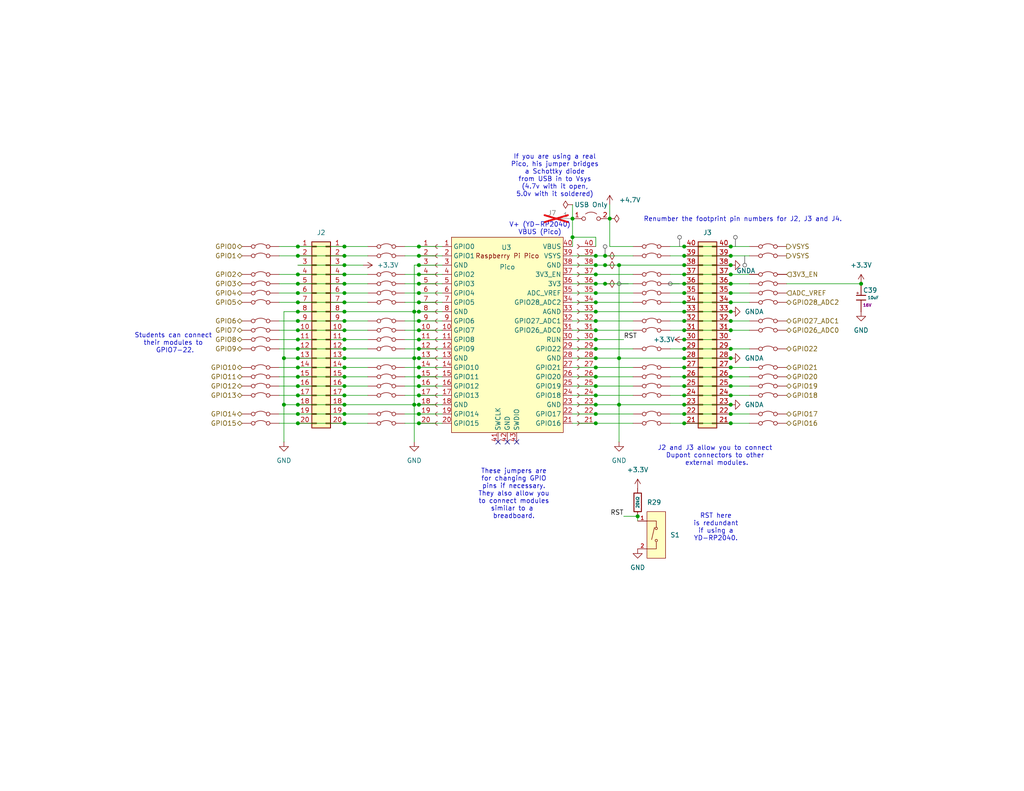
<source format=kicad_sch>
(kicad_sch (version 20250114) (generator "eeschema") (generator_version "9.0")
  (paper "USLetter")
  (text "J2 and J3 allow you to connect \nDupont connectors to other \nexternal modules." (at 195.58 124.46 0) (effects (font (size 1.27 1.27))))
  (text "Students can connect \ntheir modules to \nGPIO7-22." (at 47.752 93.726 0) (effects (font (size 1.27 1.27))))
  (text "RST here\nis redundant\nif using a\nYD-RP2040." (at 195.326 144.018 0) (effects (font (size 1.27 1.27))))
  (text "V+ (YD-RP2040)\nVBUS (Pico)" (at 147.32 62.484 0) (effects (font (size 1.27 1.27))))
  (text "If you are using a real\nPico, his jumper bridges\na Schottky diode\nfrom USB in to Vsys\n(4.7v with it open,\n5.0v with it soldered)" (at 151.384 48.006 0) (effects (font (size 1.27 1.27))))
  (text "These jumpers are\nfor changing GPIO\npins if necessary.\nThey also allow you\nto connect modules\nsimilar to a \nbreadboard." (at 140.208 134.874 0) (effects (font (size 1.27 1.27))))
  (text "Renumber the footprint pin numbers for J2, J3 and J4." (at 202.692 59.944 0) (effects (font (size 1.27 1.27))))
  (junction (at 186.69 110.49))
  (junction (at 186.69 92.71))
  (junction (at 81.28 92.71))
  (junction (at 186.69 105.41))
  (junction (at 93.98 67.31))
  (junction (at 81.28 113.03))
  (junction (at 114.3 80.01))
  (junction (at 165.1 69.85))
  (junction (at 162.56 92.71))
  (junction (at 81.28 100.33))
  (junction (at 93.98 105.41))
  (junction (at 168.91 72.39))
  (junction (at 162.56 102.87))
  (junction (at 93.98 92.71))
  (junction (at 93.98 69.85))
  (junction (at 186.69 97.79))
  (junction (at 162.56 113.03))
  (junction (at 114.3 115.57))
  (junction (at 114.3 72.39))
  (junction (at 165.1 72.39))
  (junction (at 113.03 85.09))
  (junction (at 168.91 110.49))
  (junction (at 186.69 95.25))
  (junction (at 81.28 90.17))
  (junction (at 199.39 74.93))
  (junction (at 199.39 72.39))
  (junction (at 114.3 87.63))
  (junction (at 114.3 105.41))
  (junction (at 186.69 74.93))
  (junction (at 162.56 77.47))
  (junction (at 199.39 107.95))
  (junction (at 81.28 69.85))
  (junction (at 93.98 85.09))
  (junction (at 162.56 87.63))
  (junction (at 81.28 67.31))
  (junction (at 199.39 105.41))
  (junction (at 199.39 102.87))
  (junction (at 81.28 77.47))
  (junction (at 114.3 85.09))
  (junction (at 93.98 77.47))
  (junction (at 162.56 80.01))
  (junction (at 186.69 85.09))
  (junction (at 81.28 102.87))
  (junction (at 114.3 69.85))
  (junction (at 186.69 107.95))
  (junction (at 113.03 97.79))
  (junction (at 81.28 74.93))
  (junction (at 114.3 110.49))
  (junction (at 93.98 82.55))
  (junction (at 114.3 95.25))
  (junction (at 162.56 72.39))
  (junction (at 186.69 115.57))
  (junction (at 162.56 69.85))
  (junction (at 199.39 82.55))
  (junction (at 199.39 110.49))
  (junction (at 186.69 90.17))
  (junction (at 186.69 87.63))
  (junction (at 93.98 74.93))
  (junction (at 162.56 74.93))
  (junction (at 162.56 115.57))
  (junction (at 81.28 115.57))
  (junction (at 93.98 100.33))
  (junction (at 114.3 74.93))
  (junction (at 93.98 107.95))
  (junction (at 81.28 105.41))
  (junction (at 199.39 113.03))
  (junction (at 165.1 77.47))
  (junction (at 93.98 97.79))
  (junction (at 93.98 72.39))
  (junction (at 156.21 59.69))
  (junction (at 162.56 85.09))
  (junction (at 234.95 77.47))
  (junction (at 199.39 90.17))
  (junction (at 114.3 82.55))
  (junction (at 199.39 69.85))
  (junction (at 81.28 97.79))
  (junction (at 81.28 107.95))
  (junction (at 162.56 97.79))
  (junction (at 199.39 95.25))
  (junction (at 114.3 97.79))
  (junction (at 81.28 95.25))
  (junction (at 168.91 97.79))
  (junction (at 162.56 100.33))
  (junction (at 162.56 95.25))
  (junction (at 93.98 95.25))
  (junction (at 81.28 110.49))
  (junction (at 162.56 90.17))
  (junction (at 114.3 107.95))
  (junction (at 162.56 105.41))
  (junction (at 199.39 77.47))
  (junction (at 186.69 80.01))
  (junction (at 81.28 82.55))
  (junction (at 199.39 115.57))
  (junction (at 199.39 80.01))
  (junction (at 199.39 85.09))
  (junction (at 166.37 59.69))
  (junction (at 114.3 67.31))
  (junction (at 77.47 110.49))
  (junction (at 186.69 67.31))
  (junction (at 114.3 77.47))
  (junction (at 199.39 67.31))
  (junction (at 93.98 113.03))
  (junction (at 162.56 107.95))
  (junction (at 113.03 110.49))
  (junction (at 199.39 97.79))
  (junction (at 186.69 102.87))
  (junction (at 114.3 92.71))
  (junction (at 162.56 82.55))
  (junction (at 186.69 69.85))
  (junction (at 77.47 97.79))
  (junction (at 114.3 100.33))
  (junction (at 81.28 85.09))
  (junction (at 114.3 113.03))
  (junction (at 114.3 90.17))
  (junction (at 186.69 77.47))
  (junction (at 173.99 140.97))
  (junction (at 186.69 72.39))
  (junction (at 93.98 87.63))
  (junction (at 114.3 102.87))
  (junction (at 186.69 100.33))
  (junction (at 186.69 82.55))
  (junction (at 93.98 102.87))
  (junction (at 93.98 115.57))
  (junction (at 199.39 100.33))
  (junction (at 199.39 87.63))
  (junction (at 156.21 64.77))
  (junction (at 162.56 110.49))
  (junction (at 81.28 80.01))
  (junction (at 93.98 80.01))
  (junction (at 186.69 113.03))
  (junction (at 81.28 87.63))
  (junction (at 93.98 90.17))
  (junction (at 93.98 110.49))
  (no_connect (at 140.97 120.65))
  (no_connect (at 138.43 120.65))
  (no_connect (at 135.89 120.65))
  (wire (pts (xy 110.49 100.33) (xy 114.3 100.33)))
  (wire (pts (xy 110.49 90.17) (xy 114.3 90.17)))
  (wire (pts (xy 186.69 74.93) (xy 199.39 74.93)))
  (wire (pts (xy 186.69 77.47) (xy 199.39 77.47)))
  (wire (pts (xy 162.56 97.79) (xy 168.91 97.79)))
  (wire (pts (xy 76.2 67.31) (xy 81.28 67.31)))
  (wire (pts (xy 156.21 102.87) (xy 162.56 102.87)))
  (wire (pts (xy 114.3 74.93) (xy 120.65 74.93)))
  (wire (pts (xy 76.2 115.57) (xy 81.28 115.57)))
  (wire (pts (xy 162.56 74.93) (xy 172.72 74.93)))
  (wire (pts (xy 162.56 100.33) (xy 172.72 100.33)))
  (wire (pts (xy 156.21 59.69) (xy 156.21 64.77)))
  (wire (pts (xy 76.2 77.47) (xy 81.28 77.47)))
  (wire (pts (xy 199.39 107.95) (xy 204.47 107.95)))
  (wire (pts (xy 76.2 82.55) (xy 81.28 82.55)))
  (wire (pts (xy 168.91 72.39) (xy 168.91 97.79)))
  (wire (pts (xy 81.28 105.41) (xy 93.98 105.41)))
  (wire (pts (xy 199.39 113.03) (xy 204.47 113.03)))
  (wire (pts (xy 186.69 97.79) (xy 199.39 97.79)))
  (wire (pts (xy 186.69 102.87) (xy 199.39 102.87)))
  (wire (pts (xy 199.39 87.63) (xy 204.47 87.63)))
  (wire (pts (xy 93.98 92.71) (xy 100.33 92.71)))
  (wire (pts (xy 81.28 113.03) (xy 93.98 113.03)))
  (wire (pts (xy 110.49 105.41) (xy 114.3 105.41)))
  (wire (pts (xy 166.37 59.69) (xy 166.37 67.31)))
  (wire (pts (xy 182.88 82.55) (xy 186.69 82.55)))
  (wire (pts (xy 162.56 95.25) (xy 172.72 95.25)))
  (wire (pts (xy 186.69 67.31) (xy 199.39 67.31)))
  (wire (pts (xy 110.49 95.25) (xy 114.3 95.25)))
  (wire (pts (xy 110.49 113.03) (xy 114.3 113.03)))
  (wire (pts (xy 77.47 85.09) (xy 81.28 85.09)))
  (wire (pts (xy 113.03 85.09) (xy 114.3 85.09)))
  (wire (pts (xy 100.33 80.01) (xy 93.98 80.01)))
  (wire (pts (xy 186.69 85.09) (xy 199.39 85.09)))
  (wire (pts (xy 162.56 69.85) (xy 165.1 69.85)))
  (wire (pts (xy 77.47 110.49) (xy 77.47 120.65)))
  (wire (pts (xy 93.98 67.31) (xy 100.33 67.31)))
  (wire (pts (xy 182.88 77.47) (xy 186.69 77.47)))
  (wire (pts (xy 93.98 90.17) (xy 100.33 90.17)))
  (wire (pts (xy 199.39 102.87) (xy 204.47 102.87)))
  (wire (pts (xy 76.2 87.63) (xy 81.28 87.63)))
  (wire (pts (xy 156.21 77.47) (xy 162.56 77.47)))
  (wire (pts (xy 186.69 95.25) (xy 199.39 95.25)))
  (wire (pts (xy 76.2 107.95) (xy 81.28 107.95)))
  (wire (pts (xy 114.3 77.47) (xy 120.65 77.47)))
  (wire (pts (xy 162.56 105.41) (xy 172.72 105.41)))
  (wire (pts (xy 93.98 77.47) (xy 100.33 77.47)))
  (wire (pts (xy 168.91 72.39) (xy 186.69 72.39)))
  (wire (pts (xy 114.3 110.49) (xy 120.65 110.49)))
  (wire (pts (xy 165.1 77.47) (xy 172.72 77.47)))
  (wire (pts (xy 93.98 115.57) (xy 100.33 115.57)))
  (wire (pts (xy 156.21 85.09) (xy 162.56 85.09)))
  (wire (pts (xy 93.98 100.33) (xy 100.33 100.33)))
  (wire (pts (xy 162.56 113.03) (xy 172.72 113.03)))
  (wire (pts (xy 162.56 72.39) (xy 165.1 72.39)))
  (wire (pts (xy 110.49 80.01) (xy 114.3 80.01)))
  (wire (pts (xy 156.21 64.77) (xy 156.21 67.31)))
  (wire (pts (xy 114.3 115.57) (xy 120.65 115.57)))
  (wire (pts (xy 199.39 100.33) (xy 204.47 100.33)))
  (wire (pts (xy 199.39 67.31) (xy 204.47 67.31)))
  (wire (pts (xy 100.33 82.55) (xy 93.98 82.55)))
  (wire (pts (xy 93.98 87.63) (xy 100.33 87.63)))
  (wire (pts (xy 114.3 92.71) (xy 120.65 92.71)))
  (wire (pts (xy 81.28 87.63) (xy 93.98 87.63)))
  (wire (pts (xy 93.98 113.03) (xy 100.33 113.03)))
  (wire (pts (xy 114.3 82.55) (xy 120.65 82.55)))
  (wire (pts (xy 199.39 105.41) (xy 204.47 105.41)))
  (wire (pts (xy 76.2 74.93) (xy 81.28 74.93)))
  (wire (pts (xy 110.49 82.55) (xy 114.3 82.55)))
  (wire (pts (xy 199.39 95.25) (xy 204.47 95.25)))
  (wire (pts (xy 170.18 140.97) (xy 173.99 140.97)))
  (wire (pts (xy 182.88 115.57) (xy 186.69 115.57)))
  (wire (pts (xy 76.2 105.41) (xy 81.28 105.41)))
  (wire (pts (xy 199.39 92.71) (xy 186.69 92.71)))
  (wire (pts (xy 156.21 97.79) (xy 162.56 97.79)))
  (wire (pts (xy 186.69 72.39) (xy 199.39 72.39)))
  (wire (pts (xy 156.21 72.39) (xy 162.56 72.39)))
  (wire (pts (xy 182.88 90.17) (xy 186.69 90.17)))
  (wire (pts (xy 77.47 85.09) (xy 77.47 97.79)))
  (wire (pts (xy 77.47 97.79) (xy 81.28 97.79)))
  (wire (pts (xy 186.69 100.33) (xy 199.39 100.33)))
  (wire (pts (xy 199.39 82.55) (xy 204.47 82.55)))
  (wire (pts (xy 76.2 69.85) (xy 81.28 69.85)))
  (wire (pts (xy 81.28 102.87) (xy 93.98 102.87)))
  (wire (pts (xy 162.56 90.17) (xy 172.72 90.17)))
  (wire (pts (xy 76.2 90.17) (xy 81.28 90.17)))
  (wire (pts (xy 162.56 80.01) (xy 172.72 80.01)))
  (wire (pts (xy 182.88 67.31) (xy 186.69 67.31)))
  (wire (pts (xy 114.3 102.87) (xy 120.65 102.87)))
  (wire (pts (xy 165.1 69.85) (xy 172.72 69.85)))
  (wire (pts (xy 162.56 107.95) (xy 172.72 107.95)))
  (wire (pts (xy 81.28 77.47) (xy 93.98 77.47)))
  (wire (pts (xy 162.56 85.09) (xy 186.69 85.09)))
  (wire (pts (xy 81.28 82.55) (xy 93.98 82.55)))
  (wire (pts (xy 93.98 95.25) (xy 100.33 95.25)))
  (wire (pts (xy 156.21 87.63) (xy 162.56 87.63)))
  (wire (pts (xy 186.69 69.85) (xy 199.39 69.85)))
  (wire (pts (xy 156.21 92.71) (xy 162.56 92.71)))
  (wire (pts (xy 93.98 102.87) (xy 100.33 102.87)))
  (wire (pts (xy 168.91 97.79) (xy 186.69 97.79)))
  (wire (pts (xy 76.2 80.01) (xy 81.28 80.01)))
  (wire (pts (xy 81.28 67.31) (xy 93.98 67.31)))
  (wire (pts (xy 162.56 64.77) (xy 156.21 64.77)))
  (wire (pts (xy 172.72 67.31) (xy 166.37 67.31)))
  (wire (pts (xy 162.56 82.55) (xy 172.72 82.55)))
  (wire (pts (xy 93.98 69.85) (xy 100.33 69.85)))
  (wire (pts (xy 156.21 69.85) (xy 162.56 69.85)))
  (wire (pts (xy 186.69 80.01) (xy 199.39 80.01)))
  (wire (pts (xy 110.49 115.57) (xy 114.3 115.57)))
  (wire (pts (xy 81.28 110.49) (xy 93.98 110.49)))
  (wire (pts (xy 113.03 110.49) (xy 114.3 110.49)))
  (wire (pts (xy 156.21 90.17) (xy 162.56 90.17)))
  (wire (pts (xy 114.3 72.39) (xy 120.65 72.39)))
  (wire (pts (xy 186.69 82.55) (xy 199.39 82.55)))
  (wire (pts (xy 156.21 105.41) (xy 162.56 105.41)))
  (wire (pts (xy 186.69 105.41) (xy 199.39 105.41)))
  (wire (pts (xy 199.39 80.01) (xy 204.47 80.01)))
  (wire (pts (xy 110.49 107.95) (xy 114.3 107.95)))
  (wire (pts (xy 77.47 110.49) (xy 81.28 110.49)))
  (wire (pts (xy 156.21 110.49) (xy 162.56 110.49)))
  (wire (pts (xy 156.21 113.03) (xy 162.56 113.03)))
  (wire (pts (xy 114.3 85.09) (xy 120.65 85.09)))
  (wire (pts (xy 81.28 92.71) (xy 93.98 92.71)))
  (wire (pts (xy 156.21 82.55) (xy 162.56 82.55)))
  (wire (pts (xy 81.28 80.01) (xy 93.98 80.01)))
  (wire (pts (xy 114.3 90.17) (xy 120.65 90.17)))
  (wire (pts (xy 113.03 97.79) (xy 113.03 110.49)))
  (wire (pts (xy 76.2 100.33) (xy 81.28 100.33)))
  (wire (pts (xy 156.21 107.95) (xy 162.56 107.95)))
  (wire (pts (xy 93.98 110.49) (xy 113.03 110.49)))
  (wire (pts (xy 93.98 105.41) (xy 100.33 105.41)))
  (wire (pts (xy 162.56 92.71) (xy 170.18 92.71)))
  (wire (pts (xy 199.39 74.93) (xy 204.47 74.93)))
  (wire (pts (xy 114.3 87.63) (xy 120.65 87.63)))
  (wire (pts (xy 156.21 100.33) (xy 162.56 100.33)))
  (wire (pts (xy 93.98 74.93) (xy 100.33 74.93)))
  (wire (pts (xy 156.21 80.01) (xy 162.56 80.01)))
  (wire (pts (xy 93.98 72.39) (xy 99.06 72.39)))
  (wire (pts (xy 186.69 107.95) (xy 199.39 107.95)))
  (wire (pts (xy 81.28 95.25) (xy 93.98 95.25)))
  (wire (pts (xy 113.03 85.09) (xy 113.03 97.79)))
  (wire (pts (xy 186.69 115.57) (xy 199.39 115.57)))
  (wire (pts (xy 156.21 74.93) (xy 162.56 74.93)))
  (wire (pts (xy 173.99 140.97) (xy 173.99 142.24)))
  (wire (pts (xy 113.03 97.79) (xy 114.3 97.79)))
  (wire (pts (xy 199.39 69.85) (xy 204.47 69.85)))
  (wire (pts (xy 77.47 97.79) (xy 77.47 110.49)))
  (wire (pts (xy 182.88 69.85) (xy 186.69 69.85)))
  (wire (pts (xy 234.95 77.47) (xy 214.63 77.47)))
  (wire (pts (xy 199.39 115.57) (xy 204.47 115.57)))
  (wire (pts (xy 182.88 100.33) (xy 186.69 100.33)))
  (wire (pts (xy 110.49 69.85) (xy 114.3 69.85)))
  (wire (pts (xy 162.56 102.87) (xy 172.72 102.87)))
  (wire (pts (xy 114.3 69.85) (xy 120.65 69.85)))
  (wire (pts (xy 93.98 107.95) (xy 100.33 107.95)))
  (wire (pts (xy 186.69 90.17) (xy 199.39 90.17)))
  (wire (pts (xy 162.56 115.57) (xy 172.72 115.57)))
  (wire (pts (xy 168.91 97.79) (xy 168.91 110.49)))
  (wire (pts (xy 81.28 97.79) (xy 93.98 97.79)))
  (wire (pts (xy 186.69 110.49) (xy 199.39 110.49)))
  (wire (pts (xy 114.3 97.79) (xy 120.65 97.79)))
  (wire (pts (xy 182.88 80.01) (xy 186.69 80.01)))
  (wire (pts (xy 113.03 72.39) (xy 114.3 72.39)))
  (wire (pts (xy 114.3 80.01) (xy 120.65 80.01)))
  (wire (pts (xy 182.88 113.03) (xy 186.69 113.03)))
  (wire (pts (xy 114.3 100.33) (xy 120.65 100.33)))
  (wire (pts (xy 182.88 74.93) (xy 186.69 74.93)))
  (wire (pts (xy 110.49 77.47) (xy 114.3 77.47)))
  (wire (pts (xy 81.28 90.17) (xy 93.98 90.17)))
  (wire (pts (xy 168.91 110.49) (xy 168.91 120.65)))
  (wire (pts (xy 156.21 55.88) (xy 156.21 59.69)))
  (wire (pts (xy 76.2 92.71) (xy 81.28 92.71)))
  (wire (pts (xy 76.2 102.87) (xy 81.28 102.87)))
  (wire (pts (xy 93.98 85.09) (xy 113.03 85.09)))
  (wire (pts (xy 110.49 102.87) (xy 114.3 102.87)))
  (wire (pts (xy 81.28 72.39) (xy 93.98 72.39)))
  (wire (pts (xy 110.49 92.71) (xy 114.3 92.71)))
  (wire (pts (xy 162.56 77.47) (xy 165.1 77.47)))
  (wire (pts (xy 182.88 102.87) (xy 186.69 102.87)))
  (wire (pts (xy 81.28 74.93) (xy 93.98 74.93)))
  (wire (pts (xy 186.69 87.63) (xy 199.39 87.63)))
  (wire (pts (xy 114.3 107.95) (xy 120.65 107.95)))
  (wire (pts (xy 182.88 105.41) (xy 186.69 105.41)))
  (wire (pts (xy 110.49 87.63) (xy 114.3 87.63)))
  (wire (pts (xy 156.21 95.25) (xy 162.56 95.25)))
  (wire (pts (xy 81.28 85.09) (xy 93.98 85.09)))
  (wire (pts (xy 162.56 67.31) (xy 162.56 64.77)))
  (wire (pts (xy 156.21 115.57) (xy 162.56 115.57)))
  (wire (pts (xy 114.3 67.31) (xy 120.65 67.31)))
  (wire (pts (xy 114.3 105.41) (xy 120.65 105.41)))
  (wire (pts (xy 93.98 97.79) (xy 113.03 97.79)))
  (wire (pts (xy 76.2 113.03) (xy 81.28 113.03)))
  (wire (pts (xy 168.91 110.49) (xy 186.69 110.49)))
  (wire (pts (xy 113.03 110.49) (xy 113.03 120.65)))
  (wire (pts (xy 162.56 110.49) (xy 168.91 110.49)))
  (wire (pts (xy 81.28 100.33) (xy 93.98 100.33)))
  (wire (pts (xy 199.39 90.17) (xy 204.47 90.17)))
  (wire (pts (xy 166.37 55.88) (xy 166.37 59.69)))
  (wire (pts (xy 114.3 113.03) (xy 120.65 113.03)))
  (wire (pts (xy 81.28 107.95) (xy 93.98 107.95)))
  (wire (pts (xy 81.28 69.85) (xy 93.98 69.85)))
  (wire (pts (xy 113.03 72.39) (xy 113.03 85.09)))
  (wire (pts (xy 182.88 87.63) (xy 186.69 87.63)))
  (wire (pts (xy 162.56 87.63) (xy 172.72 87.63)))
  (wire (pts (xy 186.69 113.03) (xy 199.39 113.03)))
  (wire (pts (xy 110.49 74.93) (xy 114.3 74.93)))
  (wire (pts (xy 76.2 95.25) (xy 81.28 95.25)))
  (wire (pts (xy 114.3 95.25) (xy 120.65 95.25)))
  (wire (pts (xy 81.28 115.57) (xy 93.98 115.57)))
  (wire (pts (xy 110.49 67.31) (xy 114.3 67.31)))
  (wire (pts (xy 199.39 77.47) (xy 204.47 77.47)))
  (wire (pts (xy 182.88 107.95) (xy 186.69 107.95)))
  (wire (pts (xy 182.88 95.25) (xy 186.69 95.25)))
  (wire (pts (xy 165.1 72.39) (xy 168.91 72.39)))
  (label "RST" (at 170.18 92.71 0))
  (label "RST" (at 170.18 140.97 180))
  (hierarchical_label "GPIO21" (shape bidirectional) (at 214.63 100.33 0))
  (hierarchical_label "GPIO4" (shape bidirectional) (at 66.04 80.01 180))
  (hierarchical_label "GPIO18" (shape bidirectional) (at 214.63 107.95 0))
  (hierarchical_label "GPIO22" (shape bidirectional) (at 214.63 95.25 0))
  (hierarchical_label "GPIO28_ADC2" (shape bidirectional) (at 214.63 82.55 0))
  (hierarchical_label "VSYS" (shape output) (at 214.63 69.85 0))
  (hierarchical_label "GPIO1" (shape bidirectional) (at 66.04 69.85 180))
  (hierarchical_label "GPIO6" (shape bidirectional) (at 66.04 87.63 180))
  (hierarchical_label "GPIO12" (shape bidirectional) (at 66.04 105.41 180))
  (hierarchical_label "GPIO10" (shape bidirectional) (at 66.04 100.33 180))
  (hierarchical_label "GPIO17" (shape bidirectional) (at 214.63 113.03 0))
  (hierarchical_label "GPIO11" (shape bidirectional) (at 66.04 102.87 180))
  (hierarchical_label "GPIO16" (shape bidirectional) (at 214.63 115.57 0))
  (hierarchical_label "GPIO8" (shape bidirectional) (at 66.04 92.71 180))
  (hierarchical_label "GPIO20" (shape bidirectional) (at 214.63 102.87 0))
  (hierarchical_label "GPIO9" (shape bidirectional) (at 66.04 95.25 180))
  (hierarchical_label "VSYS" (shape output) (at 214.63 67.31 0))
  (hierarchical_label "GPIO15" (shape bidirectional) (at 66.04 115.57 180))
  (hierarchical_label "GPIO2" (shape bidirectional) (at 66.04 74.93 180))
  (hierarchical_label "GPIO13" (shape bidirectional) (at 66.04 107.95 180))
  (hierarchical_label "ADC_VREF" (shape input) (at 214.63 80.01 0))
  (hierarchical_label "GPIO27_ADC1" (shape bidirectional) (at 214.63 87.63 0))
  (hierarchical_label "GPIO3" (shape bidirectional) (at 66.04 77.47 180))
  (hierarchical_label "GPIO7" (shape bidirectional) (at 66.04 90.17 180))
  (hierarchical_label "GPIO19" (shape bidirectional) (at 214.63 105.41 0))
  (hierarchical_label "GPIO14" (shape bidirectional) (at 66.04 113.03 180))
  (hierarchical_label "GPIO5" (shape bidirectional) (at 66.04 82.55 180))
  (hierarchical_label "GPIO0" (shape bidirectional) (at 66.04 67.31 180))
  (hierarchical_label "3V3_EN" (shape input) (at 214.63 74.93 0))
  (hierarchical_label "GPIO26_ADC0" (shape bidirectional) (at 214.63 90.17 0))
  (netclass_flag "" (length 2.54) (shape round) (at 185.42 77.47 90) (property "Netclass" "1V1" (effects (hide yes))))
  (netclass_flag "" (length 2.54) (shape round) (at 185.42 67.31 0) (property "Netclass" "5V" (effects (hide yes))))
  (netclass_flag "" (length 2.54) (shape round) (at 165.1 69.85 0) (property "Netclass" "5V" (effects (hide yes))))
  (netclass_flag "" (length 2.54) (shape round) (at 200.66 67.31 0) (property "Netclass" "5V" (effects (hide yes))))
  (netclass_flag "" (length 2.54) (shape round) (at 171.45 77.47 90) (property "Netclass" "1V1" (effects (hide yes))))
  (netclass_flag "" (length 2.54) (shape round) (at 203.2 69.85 180) (property "Netclass" "5V" (effects (hide yes))))
  (symbol (lib_id "PCM_JLCPCB-Connectors_Buttons:Tactile Button, 160gf, 12V, 50mA, 4.0mm") (at 179.07 144.78 0) (unit 1)
    (property "Reference" "S1" (at 182.88 146.0499 0) (effects (justify left)))
    (property "Value" "Tactile Button, 160gf" (effects (hide yes)))
    (property "Footprint" "PCM_JLCPCB:SW_TS-1088-AR02016" (effects (hide yes)))
    (property "Datasheet" "https://www.lcsc.com/datasheet/lcsc_datasheet_2304140030_XUNPU-TS-1088-AR02016_C720477.pdf" (effects (hide yes)))
    (property "Description" "Without 50mA 4mm 100MΩ 100000 Times 12V 160gf 3mm 2mm Round Button Standing paste SPST SMD Tactile Switches ROHS" (effects (hide yes)))
    (property "LCSC" "C720477" (effects (hide yes)))
    (property "Stock" "346801" (effects (hide yes)))
    (property "Price" "0.044USD" (effects (hide yes)))
    (property "Process" "SMT" (effects (hide yes)))
    (property "Minimum Qty" "5" (effects (hide yes)))
    (property "Attrition Qty" "4" (effects (hide yes)))
    (property "Class" "Basic Component" (effects (hide yes)))
    (property "Category" "Switches,Tactile Switches" (effects (hide yes)))
    (property "Manufacturer" "XUNPU" (effects (hide yes)))
    (property "Part" "TS-1088-AR02016" (effects (hide yes)))
    (property "Switch Length" "4mm" (effects (hide yes)))
    (property "Voltage Rating (Dc)" "12V" (effects (hide yes)))
    (property "With Lamp" "No" (effects (hide yes)))
    (property "Operating Force" "160gf@±50gf" (effects (hide yes)))
    (property "Actuator/Cap Color" "Black" (effects (hide yes)))
    (property "Mechanical Life" "100000 Times" (effects (hide yes)))
    (property "Strike Gundam" "NO" (effects (hide yes)))
    (property "Circuit" "SPST" (effects (hide yes)))
    (property "Switch Height" "2mm" (effects (hide yes)))
    (property "Actuator Style" "Round Button" (effects (hide yes)))
    (property "Switch Width" "3mm" (effects (hide yes)))
    (property "Contact Current" "50mA" (effects (hide yes)))
    (property "Operating Temperature" "-30°C~+80°C" (effects (hide yes)))
    (property "Mounting Style" "Brick nogging" (effects (hide yes)))
    (property "Insulation Resistance" "100MΩ" (effects (hide yes)))
    (property "Pin Style" "SMDSplicing" (effects (hide yes)))
  )
  (symbol (lib_id "Jumper:Jumper_2_Bridged") (at 209.55 80.01 0) (mirror y) (unit 1) (exclude_from_sim yes)
    (property "Reference" "JP24" (effects (hide yes)))
    (property "Value" "Jumper_2_Bridged" (effects (hide yes)))
    (property "Footprint" "Jumper:SolderJumper-2_P1.3mm_Bridged2Bar_RoundedPad1.0x1.5mm" (effects (hide yes)))
    (property "Description" "Jumper, 2-pole, closed/bridged" (effects (hide yes)))
  )
  (symbol (lib_id "Jumper:Jumper_2_Bridged") (at 105.41 67.31 0) (mirror y) (unit 1) (exclude_from_sim yes)
    (property "Reference" "JP51" (effects (hide yes)))
    (property "Value" "Jumper_2_Bridged" (effects (hide yes)))
    (property "Footprint" "Jumper:SolderJumper-2_P1.3mm_Bridged2Bar_RoundedPad1.0x1.5mm" (effects (hide yes)))
    (property "Description" "Jumper, 2-pole, closed/bridged" (effects (hide yes)))
  )
  (symbol (lib_id "power:GNDA") (at 199.39 85.09 90) (mirror x) (unit 1)
    (property "Reference" "#PWR0109" (effects (hide yes)))
    (property "Value" "GNDA" (at 203.2 85.0899 90) (effects (justify right)))
    (instances (project "PCM1808_Sound_Card" (path "" (reference "#PWR026") (unit 1))) (project "PCM1808_Sound_Card" (path "" (reference "#PWR0109") (unit 1))))
  )
  (symbol (lib_id "Jumper:Jumper_2_Bridged") (at 105.41 77.47 0) (mirror y) (unit 1) (exclude_from_sim yes)
    (property "Reference" "JP54" (effects (hide yes)))
    (property "Value" "Jumper_2_Bridged" (effects (hide yes)))
    (property "Footprint" "Jumper:SolderJumper-2_P1.3mm_Bridged2Bar_RoundedPad1.0x1.5mm" (effects (hide yes)))
    (property "Description" "Jumper, 2-pole, closed/bridged" (effects (hide yes)))
  )
  (symbol (lib_id "Jumper:Jumper_2_Bridged") (at 105.41 105.41 0) (mirror y) (unit 1) (exclude_from_sim yes)
    (property "Reference" "JP63" (effects (hide yes)))
    (property "Value" "Jumper_2_Bridged" (effects (hide yes)))
    (property "Footprint" "Jumper:SolderJumper-2_P1.3mm_Bridged2Bar_RoundedPad1.0x1.5mm" (effects (hide yes)))
    (property "Description" "Jumper, 2-pole, closed/bridged" (effects (hide yes)))
  )
  (symbol (lib_id "Jumper:Jumper_2_Bridged") (at 209.55 115.57 0) (mirror y) (unit 1) (exclude_from_sim yes)
    (property "Reference" "JP34" (effects (hide yes)))
    (property "Value" "Jumper_2_Bridged" (effects (hide yes)))
    (property "Footprint" "Jumper:SolderJumper-2_P1.3mm_Bridged2Bar_RoundedPad1.0x1.5mm" (effects (hide yes)))
    (property "Description" "Jumper, 2-pole, closed/bridged" (effects (hide yes)))
  )
  (symbol (lib_name "+3.3V_1") (lib_id "power:+3.3V") (at 173.99 133.35 0) (mirror y) (unit 1)
    (property "Reference" "#PWR076" (effects (hide yes)))
    (property "Value" "+3.3V" (at 173.99 128.27 0))
    (property "Description" "Power symbol creates a global label with name \"+3.3V\"" (effects (hide yes)))
  )
  (symbol (lib_id "power:+5V") (at 166.37 55.88 0) (unit 1)
    (property "Reference" "#PWR0104" (effects (hide yes)))
    (property "Value" "+4.7V" (at 168.91 54.6099 0) (effects (justify left)))
    (instances (project "PCM1808_Sound_Card" (path "" (reference "#PWR029") (unit 1))) (project "PCM1808_Sound_Card" (path "" (reference "#PWR0104") (unit 1))))
  )
  (symbol (lib_id "Jumper:Jumper_2_Bridged") (at 71.12 95.25 0) (mirror y) (unit 1) (exclude_from_sim yes)
    (property "Reference" "JP77" (effects (hide yes)))
    (property "Value" "Jumper_2_Bridged" (effects (hide yes)))
    (property "Footprint" "Jumper:SolderJumper-2_P1.3mm_Bridged2Bar_RoundedPad1.0x1.5mm" (effects (hide yes)))
    (property "Description" "Jumper, 2-pole, closed/bridged" (effects (hide yes)))
  )
  (symbol (lib_id "Jumper:Jumper_2_Bridged") (at 71.12 102.87 0) (mirror y) (unit 1) (exclude_from_sim yes)
    (property "Reference" "JP79" (effects (hide yes)))
    (property "Value" "Jumper_2_Bridged" (effects (hide yes)))
    (property "Footprint" "Jumper:SolderJumper-2_P1.3mm_Bridged2Bar_RoundedPad1.0x1.5mm" (effects (hide yes)))
    (property "Description" "Jumper, 2-pole, closed/bridged" (effects (hide yes)))
  )
  (symbol (lib_id "Jumper:Jumper_2_Bridged") (at 177.8 115.57 0) (mirror y) (unit 1) (exclude_from_sim yes)
    (property "Reference" "JP49" (effects (hide yes)))
    (property "Value" "Jumper_2_Bridged" (effects (hide yes)))
    (property "Footprint" "Jumper:SolderJumper-2_P1.3mm_Bridged2Bar_RoundedPad1.0x1.5mm" (effects (hide yes)))
    (property "Description" "Jumper, 2-pole, closed/bridged" (effects (hide yes)))
  )
  (symbol (lib_id "Jumper:Jumper_2_Bridged") (at 105.41 113.03 0) (mirror y) (unit 1) (exclude_from_sim yes)
    (property "Reference" "JP65" (effects (hide yes)))
    (property "Value" "Jumper_2_Bridged" (effects (hide yes)))
    (property "Footprint" "Jumper:SolderJumper-2_P1.3mm_Bridged2Bar_RoundedPad1.0x1.5mm" (effects (hide yes)))
    (property "Description" "Jumper, 2-pole, closed/bridged" (effects (hide yes)))
  )
  (symbol (lib_id "power:GNDA") (at 199.39 97.79 90) (mirror x) (unit 1)
    (property "Reference" "#PWR0120" (effects (hide yes)))
    (property "Value" "GNDA" (at 203.2 97.7899 90) (effects (justify right)))
  )
  (symbol (lib_id "power:PWR_FLAG") (at 165.1 72.39 270) (mirror x) (unit 1)
    (property "Reference" "#FLG09" (effects (hide yes)))
    (property "Value" "PWR_FLAG" (effects (hide yes)))
  )
  (symbol (lib_id "Jumper:Jumper_2_Bridged") (at 177.8 90.17 0) (mirror y) (unit 1) (exclude_from_sim yes)
    (property "Reference" "JP42" (effects (hide yes)))
    (property "Value" "Jumper_2_Bridged" (effects (hide yes)))
    (property "Footprint" "Jumper:SolderJumper-2_P1.3mm_Bridged2Bar_RoundedPad1.0x1.5mm" (effects (hide yes)))
    (property "Description" "Jumper, 2-pole, closed/bridged" (effects (hide yes)))
  )
  (symbol (lib_id "Jumper:Jumper_2_Bridged") (at 209.55 95.25 0) (mirror y) (unit 1) (exclude_from_sim yes)
    (property "Reference" "JP28" (effects (hide yes)))
    (property "Value" "Jumper_2_Bridged" (effects (hide yes)))
    (property "Footprint" "Jumper:SolderJumper-2_P1.3mm_Bridged2Bar_RoundedPad1.0x1.5mm" (effects (hide yes)))
    (property "Description" "Jumper, 2-pole, closed/bridged" (effects (hide yes)))
  )
  (symbol (lib_id "MCU_RaspberryPi_and_Boards:Pico") (at 138.43 91.44 0) (unit 1)
    (property "Reference" "U3" (at 138.176 67.564 0))
    (property "Value" "Pico" (at 138.43 72.898 0))
    (property "Footprint" "MCU_RaspberryPi_and_Boards:RPi_Pico_SMD_TH" (effects (hide yes)))
    (property "Datasheet" "https://github.com/initdc/YD-RP2040/blob/master/YD-2040-2022-V1.1-SCH.pdf" (effects (hide yes)))
  )
  (symbol (lib_id "Jumper:Jumper_2_Open") (at 161.29 59.69 0) (unit 1)
    (property "Reference" "JP50" (effects (hide yes)))
    (property "Value" "USB Only" (at 161.29 55.88 0))
    (property "Footprint" "Jumper:SolderJumper-2_P1.3mm_Open_RoundedPad1.0x1.5mm" (effects (hide yes)))
  )
  (symbol (lib_id "power:+3.3V") (at 99.06 72.39 270) (mirror x) (unit 1)
    (property "Reference" "#PWR0101" (effects (hide yes)))
    (property "Value" "+3.3V" (at 102.87 72.3899 90) (effects (justify left)))
    (instances (project "PCM1808_Sound_Card" (path "" (reference "#PWR032") (unit 1))) (project "PCM1808_Sound_Card" (path "" (reference "#PWR0101") (unit 1))))
  )
  (symbol (lib_id "Jumper:Jumper_2_Bridged") (at 105.41 90.17 0) (mirror y) (unit 1) (exclude_from_sim yes)
    (property "Reference" "JP58" (effects (hide yes)))
    (property "Value" "Jumper_2_Bridged" (effects (hide yes)))
    (property "Footprint" "Jumper:SolderJumper-2_P1.3mm_Bridged2Bar_RoundedPad1.0x1.5mm" (effects (hide yes)))
    (property "Description" "Jumper, 2-pole, closed/bridged" (effects (hide yes)))
  )
  (symbol (lib_id "Jumper:Jumper_2_Bridged") (at 177.8 100.33 0) (mirror y) (unit 1) (exclude_from_sim yes)
    (property "Reference" "JP44" (effects (hide yes)))
    (property "Value" "Jumper_2_Bridged" (effects (hide yes)))
    (property "Footprint" "Jumper:SolderJumper-2_P1.3mm_Bridged2Bar_RoundedPad1.0x1.5mm" (effects (hide yes)))
    (property "Description" "Jumper, 2-pole, closed/bridged" (effects (hide yes)))
  )
  (symbol (lib_id "power:PWR_FLAG") (at 166.37 59.69 270) (mirror x) (unit 1)
    (property "Reference" "#FLG07" (effects (hide yes)))
    (property "Value" "PWR_FLAG" (effects (hide yes)))
  )
  (symbol (lib_id "power:PWR_FLAG") (at 156.21 55.88 90) (mirror x) (unit 1)
    (property "Reference" "#FLG0101" (effects (hide yes)))
    (property "Value" "PWR_FLAG" (effects (hide yes)))
    (instances (project "PCM1808_Sound_Card" (path "" (reference "#FLG01") (unit 1))) (project "PCM1808_Sound_Card" (path "" (reference "#FLG0101") (unit 1))))
  )
  (symbol (lib_id "power:GND") (at 77.47 120.65 0) (mirror y) (unit 1)
    (property "Reference" "#PWR0102" (effects (hide yes)))
    (property "Value" "GND" (at 77.47 125.73 0))
    (property "Description" "Power symbol creates a global label with name \"GND\" , ground" (effects (hide yes)))
    (instances (project "PCM1808_Sound_Card" (path "" (reference "#PWR054") (unit 1))) (project "PCM1808_Sound_Card" (path "" (reference "#PWR0102") (unit 1))))
  )
  (symbol (lib_id "Jumper:Jumper_2_Bridged") (at 177.8 107.95 0) (mirror y) (unit 1) (exclude_from_sim yes)
    (property "Reference" "JP47" (effects (hide yes)))
    (property "Value" "Jumper_2_Bridged" (effects (hide yes)))
    (property "Footprint" "Jumper:SolderJumper-2_P1.3mm_Bridged2Bar_RoundedPad1.0x1.5mm" (effects (hide yes)))
    (property "Description" "Jumper, 2-pole, closed/bridged" (effects (hide yes)))
  )
  (symbol (lib_id "Jumper:Jumper_2_Bridged") (at 177.8 77.47 0) (mirror y) (unit 1) (exclude_from_sim yes)
    (property "Reference" "JP38" (effects (hide yes)))
    (property "Value" "Jumper_2_Bridged" (effects (hide yes)))
    (property "Footprint" "Jumper:SolderJumper-2_P1.3mm_Bridged2Bar_RoundedPad1.0x1.5mm" (effects (hide yes)))
    (property "Description" "Jumper, 2-pole, closed/bridged" (effects (hide yes)))
  )
  (symbol (lib_name "+3.3V_1") (lib_id "power:+3.3V") (at 234.95 77.47 0) (mirror y) (unit 1)
    (property "Reference" "#PWR0107" (effects (hide yes)))
    (property "Value" "+3.3V" (at 234.95 72.39 0))
    (property "Description" "Power symbol creates a global label with name \"+3.3V\"" (effects (hide yes)))
    (instances (project "PCM1808_Sound_Card" (path "" (reference "#PWR025") (unit 1))) (project "PCM1808_Sound_Card" (path "" (reference "#PWR0107") (unit 1))))
  )
  (symbol (lib_id "Jumper:Jumper_2_Bridged") (at 177.8 69.85 0) (mirror y) (unit 1) (exclude_from_sim yes)
    (property "Reference" "JP36" (effects (hide yes)))
    (property "Value" "Jumper_2_Bridged" (effects (hide yes)))
    (property "Footprint" "Jumper:SolderJumper-2_P1.3mm_Bridged2Bar_RoundedPad1.0x1.5mm" (effects (hide yes)))
    (property "Description" "Jumper, 2-pole, closed/bridged" (effects (hide yes)))
  )
  (symbol (lib_id "Jumper:Jumper_2_Bridged") (at 209.55 113.03 0) (mirror y) (unit 1) (exclude_from_sim yes)
    (property "Reference" "JP33" (effects (hide yes)))
    (property "Value" "Jumper_2_Bridged" (effects (hide yes)))
    (property "Footprint" "Jumper:SolderJumper-2_P1.3mm_Bridged2Bar_RoundedPad1.0x1.5mm" (effects (hide yes)))
    (property "Description" "Jumper, 2-pole, closed/bridged" (effects (hide yes)))
  )
  (symbol (lib_id "Jumper:Jumper_2_Bridged") (at 71.12 87.63 0) (mirror y) (unit 1) (exclude_from_sim yes)
    (property "Reference" "JP74" (effects (hide yes)))
    (property "Value" "Jumper_2_Bridged" (effects (hide yes)))
    (property "Footprint" "Jumper:SolderJumper-2_P1.3mm_Bridged2Bar_RoundedPad1.0x1.5mm" (effects (hide yes)))
    (property "Description" "Jumper, 2-pole, closed/bridged" (effects (hide yes)))
  )
  (symbol (lib_id "Jumper:Jumper_2_Bridged") (at 71.12 115.57 0) (mirror y) (unit 1) (exclude_from_sim yes)
    (property "Reference" "JP83" (effects (hide yes)))
    (property "Value" "Jumper_2_Bridged" (effects (hide yes)))
    (property "Footprint" "Jumper:SolderJumper-2_P1.3mm_Bridged2Bar_RoundedPad1.0x1.5mm" (effects (hide yes)))
    (property "Description" "Jumper, 2-pole, closed/bridged" (effects (hide yes)))
  )
  (symbol (lib_id "power:GNDA") (at 199.39 72.39 90) (mirror x) (unit 1)
    (property "Reference" "#PWR0122" (effects (hide yes)))
    (property "Value" "GNDA" (at 200.914 73.914 90) (effects (justify right)))
  )
  (symbol (lib_id "power:GNDA") (at 199.39 110.49 90) (mirror x) (unit 1)
    (property "Reference" "#PWR0121" (effects (hide yes)))
    (property "Value" "GNDA" (at 203.2 110.4899 90) (effects (justify right)))
  )
  (symbol (lib_id "Jumper:Jumper_2_Bridged") (at 71.12 80.01 0) (mirror y) (unit 1) (exclude_from_sim yes)
    (property "Reference" "JP72" (effects (hide yes)))
    (property "Value" "Jumper_2_Bridged" (effects (hide yes)))
    (property "Footprint" "Jumper:SolderJumper-2_P1.3mm_Bridged2Bar_RoundedPad1.0x1.5mm" (effects (hide yes)))
    (property "Description" "Jumper, 2-pole, closed/bridged" (effects (hide yes)))
  )
  (symbol (lib_id "power:GND") (at 113.03 120.65 0) (mirror y) (unit 1)
    (property "Reference" "#PWR0103" (effects (hide yes)))
    (property "Value" "GND" (at 113.03 125.73 0))
    (property "Description" "Power symbol creates a global label with name \"GND\" , ground" (effects (hide yes)))
    (instances (project "PCM1808_Sound_Card" (path "" (reference "#PWR031") (unit 1))) (project "PCM1808_Sound_Card" (path "" (reference "#PWR0103") (unit 1))))
  )
  (symbol (lib_id "Jumper:Jumper_2_Bridged") (at 209.55 87.63 0) (mirror y) (unit 1) (exclude_from_sim yes)
    (property "Reference" "JP26" (effects (hide yes)))
    (property "Value" "Jumper_2_Bridged" (effects (hide yes)))
    (property "Footprint" "Jumper:SolderJumper-2_P1.3mm_Bridged2Bar_RoundedPad1.0x1.5mm" (effects (hide yes)))
    (property "Description" "Jumper, 2-pole, closed/bridged" (effects (hide yes)))
  )
  (symbol (lib_id "Jumper:Jumper_2_Bridged") (at 71.12 74.93 0) (mirror y) (unit 1) (exclude_from_sim yes)
    (property "Reference" "JP70" (effects (hide yes)))
    (property "Value" "Jumper_2_Bridged" (effects (hide yes)))
    (property "Footprint" "Jumper:SolderJumper-2_P1.3mm_Bridged2Bar_RoundedPad1.0x1.5mm" (effects (hide yes)))
    (property "Description" "Jumper, 2-pole, closed/bridged" (effects (hide yes)))
  )
  (symbol (lib_id "Jumper:Jumper_2_Bridged") (at 105.41 115.57 0) (mirror y) (unit 1) (exclude_from_sim yes)
    (property "Reference" "JP66" (effects (hide yes)))
    (property "Value" "Jumper_2_Bridged" (effects (hide yes)))
    (property "Footprint" "Jumper:SolderJumper-2_P1.3mm_Bridged2Bar_RoundedPad1.0x1.5mm" (effects (hide yes)))
    (property "Description" "Jumper, 2-pole, closed/bridged" (effects (hide yes)))
  )
  (symbol (lib_id "Jumper:Jumper_2_Bridged") (at 209.55 74.93 0) (mirror y) (unit 1) (exclude_from_sim yes)
    (property "Reference" "JP22" (effects (hide yes)))
    (property "Value" "Jumper_2_Bridged" (effects (hide yes)))
    (property "Footprint" "Jumper:SolderJumper-2_P1.3mm_Bridged2Bar_RoundedPad1.0x1.5mm" (effects (hide yes)))
    (property "Description" "Jumper, 2-pole, closed/bridged" (effects (hide yes)))
  )
  (symbol (lib_id "Connector:Conn_01x01_Pin") (at 151.13 59.69 0) (unit 1) (dnp yes)
    (property "Reference" "J7" (at 150.622 58.166 0))
    (property "Value" "Conn_01x01_Pin" (effects (hide yes)))
    (property "Footprint" "Connector_PinHeader_2.54mm:PinHeader_1x01_P2.54mm_Vertical" (effects (hide yes)))
    (property "Description" "Generic connector, single row, 01x01, script generated" (effects (hide yes)))
  )
  (symbol (lib_id "PCM_JLCPCB-Capacitors:CASE-A-3216-18(mm),10uF") (at 234.95 81.28 0) (unit 1)
    (property "Reference" "C39" (at 235.458 79.248 0) (effects (justify left)))
    (property "Value" "10uF" (at 236.728 81.28 0) (effects (font (size 0.8 0.8)) (justify left)))
    (property "Footprint" "PCM_JLCPCB:C_CASE-A-3216-18(mm)" (effects (hide yes)))
    (property "Datasheet" "https://www.lcsc.com/datasheet/lcsc_datasheet_2304140030_Kyocera-AVX-TAJA106K016RNJ_C7171.pdf" (effects (hide yes)))
    (property "Description" "10uF 16V 3Ω@100kHz ±10% CASE-A-3216-18(mm) Tantalum Capacitors ROHS" (effects (hide yes)))
    (property "LCSC" "C7171" (effects (hide yes)))
    (property "Stock" "887054" (effects (hide yes)))
    (property "Price" "0.133USD" (effects (hide yes)))
    (property "Process" "SMT" (effects (hide yes)))
    (property "Minimum Qty" "5" (effects (hide yes)))
    (property "Attrition Qty" "2" (effects (hide yes)))
    (property "Class" "Basic Component" (effects (hide yes)))
    (property "Category" "Capacitors,Tantalum Capacitors" (effects (hide yes)))
    (property "Manufacturer" "AVX" (effects (hide yes)))
    (property "Part" "TAJA106K016RNJ" (effects (hide yes)))
    (property "Operating Temperature" "-55°C~+125°C" (effects (hide yes)))
    (property "Equivalent Series Resistance(ESR)" "3Ω@100kHz" (effects (hide yes)))
    (property "Tolerance" "±10%" (effects (hide yes)))
    (property "Capacitance" "10uF" (effects (hide yes)))
    (property "Rated Voltage" "16V" (at 235.458 83.312 0) (effects (font (size 0.8 0.8)) (justify left)))
  )
  (symbol (lib_id "Jumper:Jumper_2_Bridged") (at 105.41 102.87 0) (mirror y) (unit 1) (exclude_from_sim yes)
    (property "Reference" "JP62" (effects (hide yes)))
    (property "Value" "Jumper_2_Bridged" (effects (hide yes)))
    (property "Footprint" "Jumper:SolderJumper-2_P1.3mm_Bridged2Bar_RoundedPad1.0x1.5mm" (effects (hide yes)))
    (property "Description" "Jumper, 2-pole, closed/bridged" (effects (hide yes)))
  )
  (symbol (lib_id "power:PWR_FLAG") (at 165.1 77.47 270) (mirror x) (unit 1)
    (property "Reference" "#FLG010" (effects (hide yes)))
    (property "Value" "PWR_FLAG" (effects (hide yes)))
  )
  (symbol (lib_id "Jumper:Jumper_2_Bridged") (at 71.12 82.55 0) (mirror y) (unit 1) (exclude_from_sim yes)
    (property "Reference" "JP73" (effects (hide yes)))
    (property "Value" "Jumper_2_Bridged" (effects (hide yes)))
    (property "Footprint" "Jumper:SolderJumper-2_P1.3mm_Bridged2Bar_RoundedPad1.0x1.5mm" (effects (hide yes)))
    (property "Description" "Jumper, 2-pole, closed/bridged" (effects (hide yes)))
  )
  (symbol (lib_id "Jumper:Jumper_2_Bridged") (at 209.55 100.33 0) (mirror y) (unit 1) (exclude_from_sim yes)
    (property "Reference" "JP29" (effects (hide yes)))
    (property "Value" "Jumper_2_Bridged" (effects (hide yes)))
    (property "Footprint" "Jumper:SolderJumper-2_P1.3mm_Bridged2Bar_RoundedPad1.0x1.5mm" (effects (hide yes)))
    (property "Description" "Jumper, 2-pole, closed/bridged" (effects (hide yes)))
  )
  (symbol (lib_id "Jumper:Jumper_2_Bridged") (at 71.12 77.47 0) (mirror y) (unit 1) (exclude_from_sim yes)
    (property "Reference" "JP71" (effects (hide yes)))
    (property "Value" "Jumper_2_Bridged" (effects (hide yes)))
    (property "Footprint" "Jumper:SolderJumper-2_P1.3mm_Bridged2Bar_RoundedPad1.0x1.5mm" (effects (hide yes)))
    (property "Description" "Jumper, 2-pole, closed/bridged" (effects (hide yes)))
  )
  (symbol (lib_id "Jumper:Jumper_2_Bridged") (at 105.41 95.25 0) (mirror y) (unit 1) (exclude_from_sim yes)
    (property "Reference" "JP60" (effects (hide yes)))
    (property "Value" "Jumper_2_Bridged" (effects (hide yes)))
    (property "Footprint" "Jumper:SolderJumper-2_P1.3mm_Bridged2Bar_RoundedPad1.0x1.5mm" (effects (hide yes)))
    (property "Description" "Jumper, 2-pole, closed/bridged" (effects (hide yes)))
  )
  (symbol (lib_id "power:+3.3V") (at 186.69 92.71 90) (mirror x) (unit 1)
    (property "Reference" "#PWR0105" (effects (hide yes)))
    (property "Value" "+3.3V" (at 184.15 92.71 90) (effects (justify left)))
    (instances (project "PCM1808_Sound_Card" (path "" (reference "#PWR027") (unit 1))) (project "PCM1808_Sound_Card" (path "" (reference "#PWR0105") (unit 1))))
  )
  (symbol (lib_id "Jumper:Jumper_2_Bridged") (at 105.41 74.93 0) (mirror y) (unit 1) (exclude_from_sim yes)
    (property "Reference" "JP53" (effects (hide yes)))
    (property "Value" "Jumper_2_Bridged" (effects (hide yes)))
    (property "Footprint" "Jumper:SolderJumper-2_P1.3mm_Bridged2Bar_RoundedPad1.0x1.5mm" (effects (hide yes)))
    (property "Description" "Jumper, 2-pole, closed/bridged" (effects (hide yes)))
  )
  (symbol (lib_id "Jumper:Jumper_2_Bridged") (at 177.8 80.01 0) (mirror y) (unit 1) (exclude_from_sim yes)
    (property "Reference" "JP39" (effects (hide yes)))
    (property "Value" "Jumper_2_Bridged" (effects (hide yes)))
    (property "Footprint" "Jumper:SolderJumper-2_P1.3mm_Bridged2Bar_RoundedPad1.0x1.5mm" (effects (hide yes)))
    (property "Description" "Jumper, 2-pole, closed/bridged" (effects (hide yes)))
  )
  (symbol (lib_id "Connector:Conn_01x20_Socket") (at 119.38 90.17 0) (unit 1)
    (property "Reference" "J4" (effects (hide yes)))
    (property "Value" "Conn_01x20_Socket" (effects (hide yes)))
    (property "Footprint" "Connector_PinSocket_2.54mm:PinSocket_1x20_P2.54mm_Vertical" (effects (hide yes)))
    (property "Description" "Generic connector, single row, 01x20, script generated" (effects (hide yes)))
    (property "LCSC" "C2905423" (effects (hide yes)))
  )
  (symbol (lib_id "Jumper:Jumper_2_Bridged") (at 105.41 87.63 0) (mirror y) (unit 1) (exclude_from_sim yes)
    (property "Reference" "JP57" (effects (hide yes)))
    (property "Value" "Jumper_2_Bridged" (effects (hide yes)))
    (property "Footprint" "Jumper:SolderJumper-2_P1.3mm_Bridged2Bar_RoundedPad1.0x1.5mm" (effects (hide yes)))
    (property "Description" "Jumper, 2-pole, closed/bridged" (effects (hide yes)))
  )
  (symbol (lib_id "Jumper:Jumper_2_Bridged") (at 105.41 92.71 0) (mirror y) (unit 1) (exclude_from_sim yes)
    (property "Reference" "JP59" (effects (hide yes)))
    (property "Value" "Jumper_2_Bridged" (effects (hide yes)))
    (property "Footprint" "Jumper:SolderJumper-2_P1.3mm_Bridged2Bar_RoundedPad1.0x1.5mm" (effects (hide yes)))
    (property "Description" "Jumper, 2-pole, closed/bridged" (effects (hide yes)))
  )
  (symbol (lib_id "Jumper:Jumper_2_Bridged") (at 177.8 113.03 0) (mirror y) (unit 1) (exclude_from_sim yes)
    (property "Reference" "JP48" (effects (hide yes)))
    (property "Value" "Jumper_2_Bridged" (effects (hide yes)))
    (property "Footprint" "Jumper:SolderJumper-2_P1.3mm_Bridged2Bar_RoundedPad1.0x1.5mm" (effects (hide yes)))
    (property "Description" "Jumper, 2-pole, closed/bridged" (effects (hide yes)))
  )
  (symbol (lib_id "Jumper:Jumper_2_Bridged") (at 71.12 90.17 0) (mirror y) (unit 1) (exclude_from_sim yes)
    (property "Reference" "JP75" (effects (hide yes)))
    (property "Value" "Jumper_2_Bridged" (effects (hide yes)))
    (property "Footprint" "Jumper:SolderJumper-2_P1.3mm_Bridged2Bar_RoundedPad1.0x1.5mm" (effects (hide yes)))
    (property "Description" "Jumper, 2-pole, closed/bridged" (effects (hide yes)))
  )
  (symbol (lib_id "Jumper:Jumper_2_Bridged") (at 209.55 67.31 0) (mirror y) (unit 1) (exclude_from_sim yes)
    (property "Reference" "JP20" (effects (hide yes)))
    (property "Value" "Jumper_2_Bridged" (effects (hide yes)))
    (property "Footprint" "Jumper:SolderJumper-2_P1.3mm_Bridged2Bar_RoundedPad1.0x1.5mm" (effects (hide yes)))
    (property "Description" "Jumper, 2-pole, closed/bridged" (effects (hide yes)))
  )
  (symbol (lib_id "power:GND") (at 173.99 149.86 0) (mirror y) (unit 1)
    (property "Reference" "#PWR075" (effects (hide yes)))
    (property "Value" "GND" (at 173.99 154.94 0))
    (property "Description" "Power symbol creates a global label with name \"GND\" , ground" (effects (hide yes)))
  )
  (symbol (lib_id "Jumper:Jumper_2_Bridged") (at 209.55 105.41 0) (mirror y) (unit 1) (exclude_from_sim yes)
    (property "Reference" "JP31" (effects (hide yes)))
    (property "Value" "Jumper_2_Bridged" (effects (hide yes)))
    (property "Footprint" "Jumper:SolderJumper-2_P1.3mm_Bridged2Bar_RoundedPad1.0x1.5mm" (effects (hide yes)))
    (property "Description" "Jumper, 2-pole, closed/bridged" (effects (hide yes)))
  )
  (symbol (lib_id "Jumper:Jumper_2_Bridged") (at 177.8 105.41 0) (mirror y) (unit 1) (exclude_from_sim yes)
    (property "Reference" "JP46" (effects (hide yes)))
    (property "Value" "Jumper_2_Bridged" (effects (hide yes)))
    (property "Footprint" "Jumper:SolderJumper-2_P1.3mm_Bridged2Bar_RoundedPad1.0x1.5mm" (effects (hide yes)))
    (property "Description" "Jumper, 2-pole, closed/bridged" (effects (hide yes)))
  )
  (symbol (lib_id "Jumper:Jumper_2_Bridged") (at 177.8 74.93 0) (mirror y) (unit 1) (exclude_from_sim yes)
    (property "Reference" "JP37" (effects (hide yes)))
    (property "Value" "Jumper_2_Bridged" (effects (hide yes)))
    (property "Footprint" "Jumper:SolderJumper-2_P1.3mm_Bridged2Bar_RoundedPad1.0x1.5mm" (effects (hide yes)))
    (property "Description" "Jumper, 2-pole, closed/bridged" (effects (hide yes)))
  )
  (symbol (lib_id "Jumper:Jumper_2_Bridged") (at 105.41 100.33 0) (mirror y) (unit 1) (exclude_from_sim yes)
    (property "Reference" "JP61" (effects (hide yes)))
    (property "Value" "Jumper_2_Bridged" (effects (hide yes)))
    (property "Footprint" "Jumper:SolderJumper-2_P1.3mm_Bridged2Bar_RoundedPad1.0x1.5mm" (effects (hide yes)))
    (property "Description" "Jumper, 2-pole, closed/bridged" (effects (hide yes)))
  )
  (symbol (lib_id "Jumper:Jumper_2_Bridged") (at 71.12 67.31 0) (mirror y) (unit 1) (exclude_from_sim yes)
    (property "Reference" "JP67" (effects (hide yes)))
    (property "Value" "Jumper_2_Bridged" (effects (hide yes)))
    (property "Footprint" "Jumper:SolderJumper-2_P1.3mm_Bridged2Bar_RoundedPad1.0x1.5mm" (effects (hide yes)))
    (property "Description" "Jumper, 2-pole, closed/bridged" (effects (hide yes)))
  )
  (symbol (lib_id "Jumper:Jumper_2_Bridged") (at 71.12 105.41 0) (mirror y) (unit 1) (exclude_from_sim yes)
    (property "Reference" "JP80" (effects (hide yes)))
    (property "Value" "Jumper_2_Bridged" (effects (hide yes)))
    (property "Footprint" "Jumper:SolderJumper-2_P1.3mm_Bridged2Bar_RoundedPad1.0x1.5mm" (effects (hide yes)))
    (property "Description" "Jumper, 2-pole, closed/bridged" (effects (hide yes)))
  )
  (symbol (lib_id "Jumper:Jumper_2_Bridged") (at 177.8 102.87 0) (mirror y) (unit 1) (exclude_from_sim yes)
    (property "Reference" "JP45" (effects (hide yes)))
    (property "Value" "Jumper_2_Bridged" (effects (hide yes)))
    (property "Footprint" "Jumper:SolderJumper-2_P1.3mm_Bridged2Bar_RoundedPad1.0x1.5mm" (effects (hide yes)))
    (property "Description" "Jumper, 2-pole, closed/bridged" (effects (hide yes)))
  )
  (symbol (lib_id "power:PWR_FLAG") (at 165.1 69.85 270) (mirror x) (unit 1)
    (property "Reference" "#FLG06" (effects (hide yes)))
    (property "Value" "PWR_FLAG" (effects (hide yes)))
  )
  (symbol (lib_id "Jumper:Jumper_2_Bridged") (at 71.12 113.03 0) (mirror y) (unit 1) (exclude_from_sim yes)
    (property "Reference" "JP82" (effects (hide yes)))
    (property "Value" "Jumper_2_Bridged" (effects (hide yes)))
    (property "Footprint" "Jumper:SolderJumper-2_P1.3mm_Bridged2Bar_RoundedPad1.0x1.5mm" (effects (hide yes)))
    (property "Description" "Jumper, 2-pole, closed/bridged" (effects (hide yes)))
  )
  (symbol (lib_name "Conn_02x20_Counter_Clockwise_1") (lib_id "Connector_Generic:Conn_02x20_Counter_Clockwise") (at 86.36 90.17 0) (unit 1)
    (property "Reference" "J2" (at 87.63 63.5 0))
    (property "Value" "Conn_02x20_Counter_Clockwise" (effects (hide yes)))
    (property "Footprint" "Intro_to_CAD:PinSocket_2x20_P2.54mm_Vertical_pins1-20" (effects (hide yes)))
    (property "Datasheet" "https://wmsc.lcsc.com/wmsc/upload/file/pdf/v2/lcsc/2203281730_ZHOURI-2-54-2-20_C2977589.pdf" (effects (hide yes)))
    (property "Description" "Generic connector, double row, 02x20, counter clockwise pin numbering scheme (similar to DIP package numbering), script generated (kicad-library-utils/schlib/autogen/connector/)" (effects (hide yes)))
    (property "LCSC" "C2977589" (effects (hide yes)))
  )
  (symbol (lib_id "Jumper:Jumper_2_Bridged") (at 105.41 80.01 0) (mirror y) (unit 1) (exclude_from_sim yes)
    (property "Reference" "JP55" (effects (hide yes)))
    (property "Value" "Jumper_2_Bridged" (effects (hide yes)))
    (property "Footprint" "Jumper:SolderJumper-2_P1.3mm_Bridged2Bar_RoundedPad1.0x1.5mm" (effects (hide yes)))
    (property "Description" "Jumper, 2-pole, closed/bridged" (effects (hide yes)))
  )
  (symbol (lib_id "Jumper:Jumper_2_Bridged") (at 209.55 107.95 0) (mirror y) (unit 1) (exclude_from_sim yes)
    (property "Reference" "JP32" (effects (hide yes)))
    (property "Value" "Jumper_2_Bridged" (effects (hide yes)))
    (property "Footprint" "Jumper:SolderJumper-2_P1.3mm_Bridged2Bar_RoundedPad1.0x1.5mm" (effects (hide yes)))
    (property "Description" "Jumper, 2-pole, closed/bridged" (effects (hide yes)))
  )
  (symbol (lib_name "Conn_02x20_Counter_Clockwise_2") (lib_id "Connector_Generic:Conn_02x20_Counter_Clockwise") (at 191.77 90.17 0) (unit 1)
    (property "Reference" "J3" (at 193.04 63.5 0))
    (property "Value" "Conn_02x20_Counter_Clockwise" (effects (hide yes)))
    (property "Footprint" "Intro_to_CAD:PinSocket_2x20_P2.54mm_Vertical_Counterclockwise_pins21-40" (effects (hide yes)))
    (property "Datasheet" "https://wmsc.lcsc.com/wmsc/upload/file/pdf/v2/lcsc/2203281730_ZHOURI-2-54-2-20_C2977589.pdf" (effects (hide yes)))
    (property "Description" "Generic connector, double row, 02x20, counter clockwise pin numbering scheme (similar to DIP package numbering), script generated (kicad-library-utils/schlib/autogen/connector/)" (effects (hide yes)))
    (property "LCSC" "C2977589" (effects (hide yes)))
  )
  (symbol (lib_id "Jumper:Jumper_2_Bridged") (at 209.55 82.55 0) (mirror y) (unit 1) (exclude_from_sim yes)
    (property "Reference" "JP25" (effects (hide yes)))
    (property "Value" "Jumper_2_Bridged" (effects (hide yes)))
    (property "Footprint" "Jumper:SolderJumper-2_P1.3mm_Bridged2Bar_RoundedPad1.0x1.5mm" (effects (hide yes)))
    (property "Description" "Jumper, 2-pole, closed/bridged" (effects (hide yes)))
  )
  (symbol (lib_id "power:GND") (at 234.95 85.09 0) (mirror y) (unit 1)
    (property "Reference" "#PWR0108" (effects (hide yes)))
    (property "Value" "GND" (at 234.95 90.17 0))
    (property "Description" "Power symbol creates a global label with name \"GND\" , ground" (effects (hide yes)))
    (instances (project "PCM1808_Sound_Card" (path "" (reference "#PWR067") (unit 1))) (project "PCM1808_Sound_Card" (path "" (reference "#PWR0108") (unit 1))))
  )
  (symbol (lib_id "power:GND") (at 168.91 120.65 0) (mirror y) (unit 1)
    (property "Reference" "#PWR0106" (effects (hide yes)))
    (property "Value" "GND" (at 168.91 125.73 0))
    (property "Description" "Power symbol creates a global label with name \"GND\" , ground" (effects (hide yes)))
    (instances (project "PCM1808_Sound_Card" (path "" (reference "#PWR030") (unit 1))) (project "PCM1808_Sound_Card" (path "" (reference "#PWR0106") (unit 1))))
  )
  (symbol (lib_id "PCM_JLCPCB-Resistors:0805,20kΩ") (at 173.99 137.16 0) (unit 1)
    (property "Reference" "R29" (at 176.53 137.1599 0) (effects (justify left)))
    (property "Value" "20kΩ" (at 173.99 137.16 90) (effects (font (size 0.8 0.8))))
    (property "Footprint" "PCM_JLCPCB:R_0805" (effects (hide yes)))
    (property "Datasheet" "https://www.lcsc.com/datasheet/lcsc_datasheet_2206010216_UNI-ROYAL-Uniroyal-Elec-0805W8F2002T5E_C4328.pdf" (effects (hide yes)))
    (property "Description" "125mW Thick Film Resistors 150V ±100ppm/°C ±1% 20kΩ 0805 Chip Resistor - Surface Mount ROHS" (effects (hide yes)))
    (property "LCSC" "C4328" (effects (hide yes)))
    (property "Stock" "1613783" (effects (hide yes)))
    (property "Price" "0.005USD" (effects (hide yes)))
    (property "Process" "SMT" (effects (hide yes)))
    (property "Minimum Qty" "20" (effects (hide yes)))
    (property "Attrition Qty" "10" (effects (hide yes)))
    (property "Class" "Basic Component" (effects (hide yes)))
    (property "Category" "Resistors,Chip Resistor - Surface Mount" (effects (hide yes)))
    (property "Manufacturer" "UNI-ROYAL(Uniroyal Elec)" (effects (hide yes)))
    (property "Part" "0805W8F2002T5E" (effects (hide yes)))
    (property "Resistance" "20kΩ" (effects (hide yes)))
    (property "Power(Watts)" "125mW" (effects (hide yes)))
    (property "Type" "Thick Film Resistors" (effects (hide yes)))
    (property "Overload Voltage (Max)" "150V" (effects (hide yes)))
    (property "Operating Temperature Range" "-55°C~+155°C" (effects (hide yes)))
    (property "Tolerance" "±1%" (effects (hide yes)))
    (property "Temperature Coefficient" "±100ppm/°C" (effects (hide yes)))
  )
  (symbol (lib_id "Jumper:Jumper_2_Bridged") (at 105.41 82.55 0) (mirror y) (unit 1) (exclude_from_sim yes)
    (property "Reference" "JP56" (effects (hide yes)))
    (property "Value" "Jumper_2_Bridged" (effects (hide yes)))
    (property "Footprint" "Jumper:SolderJumper-2_P1.3mm_Bridged2Bar_RoundedPad1.0x1.5mm" (effects (hide yes)))
    (property "Description" "Jumper, 2-pole, closed/bridged" (effects (hide yes)))
  )
  (symbol (lib_name "Conn_01x20_Socket_2") (lib_id "Connector:Conn_01x20_Socket") (at 157.48 90.17 0) (mirror y) (unit 1)
    (property "Reference" "J10" (effects (hide yes)))
    (property "Value" "Conn_01x20_Socket" (effects (hide yes)))
    (property "Footprint" "Intro_to_CAD:PinSocket_1x20_P2.54mm_Vertical-pins21-40" (effects (hide yes)))
    (property "Description" "Generic connector, single row, 01x20, script generated" (effects (hide yes)))
    (property "LCSC" "C2905423" (effects (hide yes)))
  )
  (symbol (lib_id "Jumper:Jumper_2_Bridged") (at 177.8 67.31 0) (mirror y) (unit 1) (exclude_from_sim yes)
    (property "Reference" "JP35" (effects (hide yes)))
    (property "Value" "Jumper_2_Bridged" (effects (hide yes)))
    (property "Footprint" "Jumper:SolderJumper-2_P1.3mm_Bridged2Bar_RoundedPad1.0x1.5mm" (effects (hide yes)))
    (property "Description" "Jumper, 2-pole, closed/bridged" (effects (hide yes)))
  )
  (symbol (lib_id "Jumper:Jumper_2_Bridged") (at 177.8 87.63 0) (mirror y) (unit 1) (exclude_from_sim yes)
    (property "Reference" "JP41" (effects (hide yes)))
    (property "Value" "Jumper_2_Bridged" (effects (hide yes)))
    (property "Footprint" "Jumper:SolderJumper-2_P1.3mm_Bridged2Bar_RoundedPad1.0x1.5mm" (effects (hide yes)))
    (property "Description" "Jumper, 2-pole, closed/bridged" (effects (hide yes)))
  )
  (symbol (lib_id "Jumper:Jumper_2_Bridged") (at 105.41 107.95 0) (mirror y) (unit 1) (exclude_from_sim yes)
    (property "Reference" "JP64" (effects (hide yes)))
    (property "Value" "Jumper_2_Bridged" (effects (hide yes)))
    (property "Footprint" "Jumper:SolderJumper-2_P1.3mm_Bridged2Bar_RoundedPad1.0x1.5mm" (effects (hide yes)))
    (property "Description" "Jumper, 2-pole, closed/bridged" (effects (hide yes)))
  )
  (symbol (lib_id "Jumper:Jumper_2_Bridged") (at 71.12 107.95 0) (mirror y) (unit 1) (exclude_from_sim yes)
    (property "Reference" "JP81" (effects (hide yes)))
    (property "Value" "Jumper_2_Bridged" (effects (hide yes)))
    (property "Footprint" "Jumper:SolderJumper-2_P1.3mm_Bridged2Bar_RoundedPad1.0x1.5mm" (effects (hide yes)))
    (property "Description" "Jumper, 2-pole, closed/bridged" (effects (hide yes)))
  )
  (symbol (lib_id "Jumper:Jumper_2_Bridged") (at 105.41 69.85 0) (mirror y) (unit 1) (exclude_from_sim yes)
    (property "Reference" "JP52" (effects (hide yes)))
    (property "Value" "Jumper_2_Bridged" (effects (hide yes)))
    (property "Footprint" "Jumper:SolderJumper-2_P1.3mm_Bridged2Bar_RoundedPad1.0x1.5mm" (effects (hide yes)))
    (property "Description" "Jumper, 2-pole, closed/bridged" (effects (hide yes)))
  )
  (symbol (lib_id "Jumper:Jumper_2_Bridged") (at 177.8 82.55 0) (mirror y) (unit 1) (exclude_from_sim yes)
    (property "Reference" "JP40" (effects (hide yes)))
    (property "Value" "Jumper_2_Bridged" (effects (hide yes)))
    (property "Footprint" "Jumper:SolderJumper-2_P1.3mm_Bridged2Bar_RoundedPad1.0x1.5mm" (effects (hide yes)))
    (property "Description" "Jumper, 2-pole, closed/bridged" (effects (hide yes)))
  )
  (symbol (lib_id "Jumper:Jumper_2_Bridged") (at 177.8 95.25 0) (mirror y) (unit 1) (exclude_from_sim yes)
    (property "Reference" "JP43" (effects (hide yes)))
    (property "Value" "Jumper_2_Bridged" (effects (hide yes)))
    (property "Footprint" "Jumper:SolderJumper-2_P1.3mm_Bridged2Bar_RoundedPad1.0x1.5mm" (effects (hide yes)))
    (property "Description" "Jumper, 2-pole, closed/bridged" (effects (hide yes)))
  )
  (symbol (lib_id "Jumper:Jumper_2_Bridged") (at 71.12 100.33 0) (mirror y) (unit 1) (exclude_from_sim yes)
    (property "Reference" "JP78" (effects (hide yes)))
    (property "Value" "Jumper_2_Bridged" (effects (hide yes)))
    (property "Footprint" "Jumper:SolderJumper-2_P1.3mm_Bridged2Bar_RoundedPad1.0x1.5mm" (effects (hide yes)))
    (property "Description" "Jumper, 2-pole, closed/bridged" (effects (hide yes)))
  )
  (symbol (lib_id "Jumper:Jumper_2_Bridged") (at 209.55 69.85 0) (mirror y) (unit 1) (exclude_from_sim yes)
    (property "Reference" "JP21" (effects (hide yes)))
    (property "Value" "Jumper_2_Bridged" (effects (hide yes)))
    (property "Footprint" "Jumper:SolderJumper-2_P1.3mm_Bridged2Bar_RoundedPad1.0x1.5mm" (effects (hide yes)))
    (property "Description" "Jumper, 2-pole, closed/bridged" (effects (hide yes)))
  )
  (symbol (lib_id "Jumper:Jumper_2_Bridged") (at 71.12 92.71 0) (mirror y) (unit 1) (exclude_from_sim yes)
    (property "Reference" "JP76" (effects (hide yes)))
    (property "Value" "Jumper_2_Bridged" (effects (hide yes)))
    (property "Footprint" "Jumper:SolderJumper-2_P1.3mm_Bridged2Bar_RoundedPad1.0x1.5mm" (effects (hide yes)))
    (property "Description" "Jumper, 2-pole, closed/bridged" (effects (hide yes)))
  )
  (symbol (lib_id "Jumper:Jumper_2_Bridged") (at 71.12 69.85 0) (mirror y) (unit 1) (exclude_from_sim yes)
    (property "Reference" "JP68" (effects (hide yes)))
    (property "Value" "Jumper_2_Bridged" (effects (hide yes)))
    (property "Footprint" "Jumper:SolderJumper-2_P1.3mm_Bridged2Bar_RoundedPad1.0x1.5mm" (effects (hide yes)))
    (property "Description" "Jumper, 2-pole, closed/bridged" (effects (hide yes)))
  )
  (symbol (lib_id "Jumper:Jumper_2_Bridged") (at 209.55 102.87 0) (mirror y) (unit 1) (exclude_from_sim yes)
    (property "Reference" "JP30" (effects (hide yes)))
    (property "Value" "Jumper_2_Bridged" (effects (hide yes)))
    (property "Footprint" "Jumper:SolderJumper-2_P1.3mm_Bridged2Bar_RoundedPad1.0x1.5mm" (effects (hide yes)))
    (property "Description" "Jumper, 2-pole, closed/bridged" (effects (hide yes)))
  )
  (symbol (lib_id "Jumper:Jumper_2_Bridged") (at 209.55 90.17 0) (mirror y) (unit 1) (exclude_from_sim yes)
    (property "Reference" "JP27" (effects (hide yes)))
    (property "Value" "Jumper_2_Bridged" (effects (hide yes)))
    (property "Footprint" "Jumper:SolderJumper-2_P1.3mm_Bridged2Bar_RoundedPad1.0x1.5mm" (effects (hide yes)))
    (property "Description" "Jumper, 2-pole, closed/bridged" (effects (hide yes)))
  )
  (symbol (lib_id "Jumper:Jumper_2_Bridged") (at 209.55 77.47 0) (mirror y) (unit 1) (exclude_from_sim yes)
    (property "Reference" "JP23" (effects (hide yes)))
    (property "Value" "Jumper_2_Bridged" (effects (hide yes)))
    (property "Footprint" "Jumper:SolderJumper-2_P1.3mm_Bridged2Bar_RoundedPad1.0x1.5mm" (effects (hide yes)))
    (property "Description" "Jumper, 2-pole, closed/bridged" (effects (hide yes)))
  )
)
</source>
